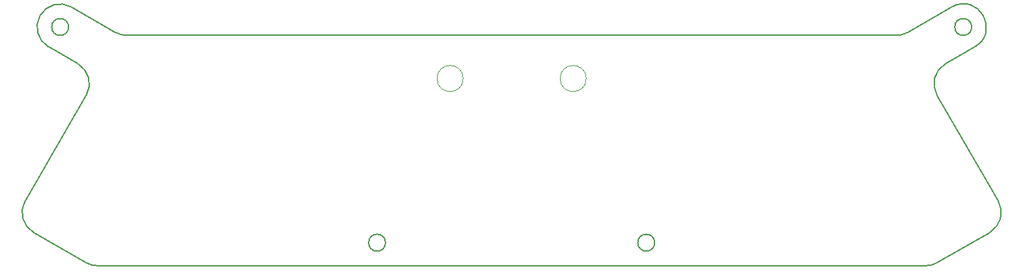
<source format=gbr>
%TF.GenerationSoftware,KiCad,Pcbnew,7.0.9*%
%TF.CreationDate,2024-01-11T17:23:10+09:00*%
%TF.ProjectId,KickerBoard,4b69636b-6572-4426-9f61-72642e6b6963,rev?*%
%TF.SameCoordinates,Original*%
%TF.FileFunction,Profile,NP*%
%FSLAX46Y46*%
G04 Gerber Fmt 4.6, Leading zero omitted, Abs format (unit mm)*
G04 Created by KiCad (PCBNEW 7.0.9) date 2024-01-11 17:23:10*
%MOMM*%
%LPD*%
G01*
G04 APERTURE LIST*
%TA.AperFunction,Profile*%
%ADD10C,0.200000*%
%TD*%
%TA.AperFunction,Profile*%
%ADD11C,0.120000*%
%TD*%
G04 APERTURE END LIST*
D10*
X196104900Y-84694152D02*
X199908747Y-82498000D01*
X193537169Y-110997985D02*
G75*
G03*
X195037169Y-110596077I31J2999985D01*
G01*
X82091253Y-79899924D02*
G75*
G03*
X82091253Y-79899924I-1100000J0D01*
G01*
X85862831Y-110998000D02*
X193537169Y-110998000D01*
X199508747Y-79899924D02*
G75*
G03*
X199508747Y-79899924I-1100000J0D01*
G01*
X84393143Y-88792209D02*
G75*
G03*
X83295101Y-84694152I-2598043J1500009D01*
G01*
X84362837Y-110596067D02*
G75*
G03*
X85862831Y-110998000I1499963J2597867D01*
G01*
X201857687Y-106658272D02*
G75*
G03*
X202955753Y-102560179I-1499987J2598072D01*
G01*
X189702976Y-80997987D02*
G75*
G03*
X191202976Y-80596075I24J2999987D01*
G01*
X195037169Y-110596077D02*
X201857677Y-106658255D01*
X88197031Y-80596063D02*
G75*
G03*
X89697024Y-80998000I1499969J2597863D01*
G01*
X196908747Y-77301848D02*
X191202976Y-80596076D01*
X189702976Y-80998000D02*
X89697024Y-80998000D01*
X77542323Y-106658255D02*
X84362831Y-110596077D01*
X82491255Y-77301845D02*
G75*
G03*
X79491253Y-82497999I-1500005J-2598075D01*
G01*
X76444265Y-102560189D02*
G75*
G03*
X77542323Y-106658255I2598035J-1500011D01*
G01*
X158300000Y-107998000D02*
G75*
G03*
X158300000Y-107998000I-1100000J0D01*
G01*
X196104880Y-84694118D02*
G75*
G03*
X195006823Y-88792229I1500020J-2598082D01*
G01*
X88197024Y-80596076D02*
X82491253Y-77301848D01*
X123300000Y-107998000D02*
G75*
G03*
X123300000Y-107998000I-1100000J0D01*
G01*
X202955753Y-102560179D02*
X195006823Y-88792229D01*
X199908702Y-82497923D02*
G75*
G03*
X196908747Y-77301848I-1500002J2598023D01*
G01*
X79491253Y-82498000D02*
X83295101Y-84694152D01*
X84393177Y-88792229D02*
X76444247Y-102560179D01*
D11*
%TO.C,NMOS*%
X149401000Y-86614000D02*
G75*
G03*
X149401000Y-86614000I-1700000J0D01*
G01*
%TO.C,PMOS*%
X133399000Y-86614000D02*
G75*
G03*
X133399000Y-86614000I-1700000J0D01*
G01*
%TD*%
M02*

</source>
